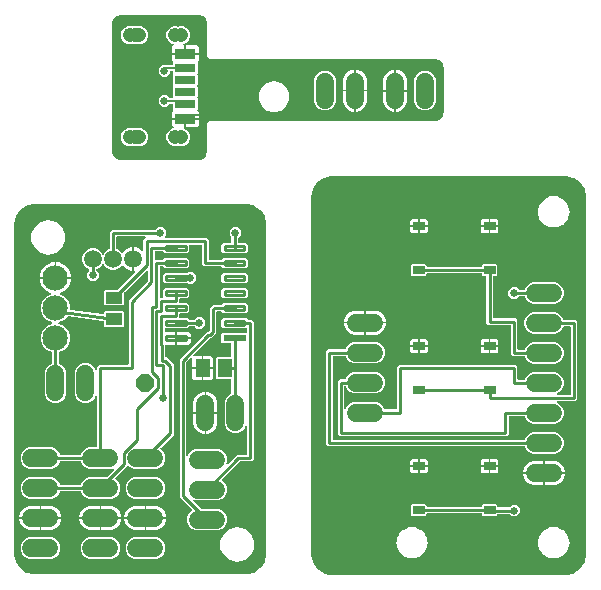
<source format=gtl>
%MOIN*%
%OFA0B0*%
%FSLAX34Y34*%
%IPPOS*%
%LPD*%
%AMOC8*
5,1,8,0,0,$1,22.5*%
%AMOC80*
5,1,8,0,0,$1,202.5*%
%AMOC81*
5,1,8,0,0,$1,112.5*%
%ADD10R,0.076771653543307089X0.023228346456692913*%
%ADD11C,0.011614173228346457*%
%ADD12C,0.084251968503937014*%
%ADD13R,0.055913385826771654X0.040598425196850391*%
%ADD14C,0.060000000000000005*%
%ADD15P,0.064943385826771657X8X22.5*%
%ADD16R,0.051181102362204731X0.059055118110236227*%
%ADD17C,0.059055118110236227*%
%ADD18C,0.01*%
%ADD19C,0.025779527559055122*%
%ADD30C,0.060000000000000005*%
%ADD31C,0.04755905511811024*%
%ADD32R,0.070866141732283464X0.027559055118110236*%
%ADD33R,0.070866141732283464X0.031496062992125991*%
%ADD34R,0.070866141732283464X0.035433070866141732*%
%ADD35C,0.006000000000000001*%
%ADD36C,0.025779527559055122*%
%ADD37C,0.060000000000000005*%
%ADD38R,0.03937007874015748X0.027559055118110236*%
%ADD39C,0.01*%
%ADD40C,0.025779527559055122*%
G75*
G01*
G36*
X0007879Y0000130D02*
X0008119Y0000178D01*
X0008130Y0000182D01*
X0008334Y0000318D01*
X0008342Y0000327D01*
X0008478Y0000530D01*
X0008483Y0000541D01*
X0008530Y0000781D01*
X0008531Y0000787D01*
X0008531Y0011811D01*
X0008530Y0011816D01*
X0008483Y0012056D01*
X0008478Y0012067D01*
X0008342Y0012271D01*
X0008334Y0012279D01*
X0008130Y0012415D01*
X0008119Y0012420D01*
X0007879Y0012467D01*
X0007874Y0012468D01*
X0000787Y0012468D01*
X0000781Y0012467D01*
X0000541Y0012420D01*
X0000530Y0012415D01*
X0000327Y0012279D01*
X0000318Y0012271D01*
X0000182Y0012067D01*
X0000178Y0012056D01*
X0000130Y0011816D01*
X0000130Y0011811D01*
X0000130Y0000787D01*
X0000130Y0000781D01*
X0000178Y0000541D01*
X0000182Y0000530D01*
X0000318Y0000327D01*
X0000327Y0000318D01*
X0000530Y0000182D01*
X0000541Y0000178D01*
X0000781Y0000130D01*
X0000787Y0000130D01*
X0007874Y0000130D01*
X0007879Y0000130D01*
G37*
%LPC*%
G36*
X0001013Y0010828D02*
X0000812Y0010988D01*
X0000701Y0011220D01*
X0000701Y0011477D01*
X0000812Y0011709D01*
X0001013Y0011869D01*
X0001264Y0011926D01*
X0001514Y0011869D01*
X0001715Y0011709D01*
X0001827Y0011477D01*
X0001827Y0011220D01*
X0001715Y0010988D01*
X0001514Y0010828D01*
X0001264Y0010771D01*
X0001013Y0010828D01*
G37*
G36*
X0007101Y0010823D02*
X0007032Y0010893D01*
X0007032Y0011106D01*
X0007101Y0011176D01*
X0007336Y0011176D01*
X0007348Y0011178D01*
X0007357Y0011185D01*
X0007364Y0011195D01*
X0007366Y0011206D01*
X0007366Y0011354D01*
X0007364Y0011365D01*
X0007357Y0011375D01*
X0007311Y0011421D01*
X0007311Y0011578D01*
X0007421Y0011688D01*
X0007578Y0011688D01*
X0007688Y0011578D01*
X0007688Y0011421D01*
X0007595Y0011328D01*
X0007588Y0011318D01*
X0007586Y0011306D01*
X0007586Y0011206D01*
X0007588Y0011194D01*
X0007595Y0011184D01*
X0007605Y0011178D01*
X0007616Y0011176D01*
X0007851Y0011176D01*
X0007920Y0011106D01*
X0007920Y0010893D01*
X0007851Y0010823D01*
X0007101Y0010823D01*
G37*
G36*
X0000628Y0002640D02*
X0000496Y0002694D01*
X0000394Y0002796D01*
X0000340Y0002928D01*
X0000340Y0003071D01*
X0000394Y0003203D01*
X0000496Y0003305D01*
X0000628Y0003360D01*
X0001371Y0003360D01*
X0001503Y0003305D01*
X0001605Y0003203D01*
X0001636Y0003128D01*
X0001643Y0003118D01*
X0001653Y0003112D01*
X0001664Y0003110D01*
X0002335Y0003110D01*
X0002347Y0003112D01*
X0002357Y0003119D01*
X0002363Y0003128D01*
X0002394Y0003203D01*
X0002496Y0003305D01*
X0002628Y0003360D01*
X0003192Y0003360D01*
X0003203Y0003362D01*
X0003213Y0003368D01*
X0003457Y0003613D01*
X0003464Y0003623D01*
X0003466Y0003634D01*
X0003463Y0003646D01*
X0003456Y0003656D01*
X0003446Y0003662D01*
X0003434Y0003664D01*
X0003424Y0003662D01*
X0003371Y0003640D01*
X0002628Y0003640D01*
X0002496Y0003694D01*
X0002394Y0003796D01*
X0002363Y0003871D01*
X0002356Y0003881D01*
X0002346Y0003887D01*
X0002335Y0003890D01*
X0001664Y0003890D01*
X0001652Y0003887D01*
X0001642Y0003880D01*
X0001636Y0003871D01*
X0001605Y0003796D01*
X0001503Y0003694D01*
X0001371Y0003640D01*
X0000628Y0003640D01*
X0000496Y0003694D01*
X0000394Y0003796D01*
X0000340Y0003928D01*
X0000340Y0004071D01*
X0000394Y0004203D01*
X0000496Y0004305D01*
X0000628Y0004360D01*
X0001371Y0004360D01*
X0001503Y0004305D01*
X0001605Y0004203D01*
X0001636Y0004128D01*
X0001643Y0004118D01*
X0001653Y0004112D01*
X0001664Y0004109D01*
X0002335Y0004109D01*
X0002347Y0004112D01*
X0002357Y0004119D01*
X0002363Y0004128D01*
X0002394Y0004203D01*
X0002496Y0004305D01*
X0002628Y0004360D01*
X0002860Y0004360D01*
X0002871Y0004362D01*
X0002881Y0004369D01*
X0002887Y0004379D01*
X0002890Y0004390D01*
X0002890Y0006050D01*
X0002887Y0006061D01*
X0002880Y0006071D01*
X0002870Y0006077D01*
X0002859Y0006080D01*
X0002847Y0006077D01*
X0002837Y0006070D01*
X0002832Y0006061D01*
X0002805Y0005996D01*
X0002703Y0005894D01*
X0002571Y0005840D01*
X0002428Y0005840D01*
X0002296Y0005894D01*
X0002194Y0005996D01*
X0002140Y0006128D01*
X0002140Y0006871D01*
X0002194Y0007003D01*
X0002296Y0007105D01*
X0002428Y0007160D01*
X0002571Y0007160D01*
X0002703Y0007105D01*
X0002805Y0007003D01*
X0002832Y0006938D01*
X0002838Y0006928D01*
X0002848Y0006922D01*
X0002860Y0006919D01*
X0002872Y0006922D01*
X0002882Y0006929D01*
X0002888Y0006939D01*
X0002890Y0006949D01*
X0002890Y0007045D01*
X0002954Y0007110D01*
X0003909Y0007110D01*
X0003921Y0007112D01*
X0003931Y0007119D01*
X0003937Y0007129D01*
X0003939Y0007140D01*
X0003939Y0009251D01*
X0004581Y0009893D01*
X0004587Y0009903D01*
X0004590Y0009914D01*
X0004590Y0010249D01*
X0004587Y0010260D01*
X0004580Y0010270D01*
X0004570Y0010277D01*
X0004559Y0010279D01*
X0004547Y0010276D01*
X0004538Y0010270D01*
X0003809Y0009541D01*
X0003802Y0009531D01*
X0003800Y0009519D01*
X0003800Y0009120D01*
X0003765Y0009085D01*
X0003156Y0009085D01*
X0003121Y0009120D01*
X0003121Y0009576D01*
X0003156Y0009611D01*
X0003556Y0009611D01*
X0003567Y0009613D01*
X0003577Y0009620D01*
X0004140Y0010183D01*
X0004147Y0010193D01*
X0004149Y0010205D01*
X0004146Y0010216D01*
X0004140Y0010226D01*
X0004129Y0010232D01*
X0004124Y0010233D01*
X0004124Y0011025D01*
X0004173Y0011025D01*
X0004318Y0010965D01*
X0004378Y0010904D01*
X0004388Y0010898D01*
X0004400Y0010895D01*
X0004412Y0010898D01*
X0004421Y0010905D01*
X0004428Y0010915D01*
X0004430Y0010925D01*
X0004430Y0011271D01*
X0004497Y0011338D01*
X0004503Y0011348D01*
X0004505Y0011360D01*
X0004503Y0011372D01*
X0004496Y0011381D01*
X0004486Y0011388D01*
X0004475Y0011390D01*
X0003565Y0011390D01*
X0003553Y0011387D01*
X0003543Y0011380D01*
X0003537Y0011370D01*
X0003535Y0011359D01*
X0003535Y0010988D01*
X0003537Y0010977D01*
X0003544Y0010967D01*
X0003553Y0010961D01*
X0003626Y0010931D01*
X0003711Y0010846D01*
X0003721Y0010839D01*
X0003733Y0010837D01*
X0003744Y0010840D01*
X0003754Y0010846D01*
X0003757Y0010852D01*
X0003870Y0010965D01*
X0004015Y0011025D01*
X0004064Y0011025D01*
X0004064Y0010234D01*
X0004015Y0010234D01*
X0003870Y0010294D01*
X0003757Y0010407D01*
X0003753Y0010413D01*
X0003743Y0010420D01*
X0003731Y0010422D01*
X0003720Y0010419D01*
X0003711Y0010413D01*
X0003626Y0010328D01*
X0003495Y0010274D01*
X0003354Y0010274D01*
X0003223Y0010328D01*
X0003124Y0010428D01*
X0003110Y0010460D01*
X0003103Y0010470D01*
X0003093Y0010477D01*
X0003082Y0010479D01*
X0003070Y0010476D01*
X0003060Y0010469D01*
X0003055Y0010460D01*
X0003041Y0010428D01*
X0002941Y0010328D01*
X0002878Y0010302D01*
X0002868Y0010295D01*
X0002862Y0010285D01*
X0002859Y0010274D01*
X0002862Y0010262D01*
X0002868Y0010253D01*
X0002938Y0010183D01*
X0002938Y0010026D01*
X0002828Y0009916D01*
X0002671Y0009916D01*
X0002561Y0010026D01*
X0002561Y0010183D01*
X0002621Y0010244D01*
X0002628Y0010254D01*
X0002630Y0010265D01*
X0002630Y0010270D01*
X0002628Y0010282D01*
X0002621Y0010292D01*
X0002612Y0010298D01*
X0002539Y0010328D01*
X0002439Y0010428D01*
X0002385Y0010559D01*
X0002385Y0010700D01*
X0002439Y0010831D01*
X0002539Y0010931D01*
X0002670Y0010985D01*
X0002811Y0010985D01*
X0002941Y0010931D01*
X0003041Y0010831D01*
X0003055Y0010798D01*
X0003061Y0010789D01*
X0003071Y0010782D01*
X0003083Y0010780D01*
X0003095Y0010783D01*
X0003104Y0010790D01*
X0003110Y0010798D01*
X0003124Y0010831D01*
X0003223Y0010931D01*
X0003296Y0010961D01*
X0003306Y0010967D01*
X0003313Y0010977D01*
X0003315Y0010988D01*
X0003315Y0011545D01*
X0003379Y0011610D01*
X0004830Y0011610D01*
X0004842Y0011612D01*
X0004851Y0011618D01*
X0004921Y0011688D01*
X0005078Y0011688D01*
X0005188Y0011578D01*
X0005188Y0011421D01*
X0005154Y0011387D01*
X0005147Y0011377D01*
X0005145Y0011365D01*
X0005148Y0011354D01*
X0005155Y0011344D01*
X0005165Y0011337D01*
X0005175Y0011336D01*
X0006545Y0011336D01*
X0006610Y0011271D01*
X0006610Y0010640D01*
X0006612Y0010628D01*
X0006619Y0010618D01*
X0006629Y0010612D01*
X0006640Y0010610D01*
X0007023Y0010610D01*
X0007034Y0010612D01*
X0007044Y0010618D01*
X0007101Y0010676D01*
X0007851Y0010676D01*
X0007920Y0010606D01*
X0007920Y0010393D01*
X0007851Y0010323D01*
X0007101Y0010323D01*
X0007044Y0010381D01*
X0007034Y0010387D01*
X0007023Y0010390D01*
X0006454Y0010390D01*
X0006390Y0010454D01*
X0006390Y0011086D01*
X0006387Y0011097D01*
X0006380Y0011107D01*
X0006370Y0011114D01*
X0006360Y0011116D01*
X0005997Y0011116D01*
X0005985Y0011113D01*
X0005975Y0011107D01*
X0005969Y0011096D01*
X0005967Y0011086D01*
X0005967Y0010893D01*
X0005898Y0010823D01*
X0005148Y0010823D01*
X0005091Y0010881D01*
X0005081Y0010887D01*
X0005070Y0010890D01*
X0004840Y0010890D01*
X0004828Y0010887D01*
X0004818Y0010880D01*
X0004812Y0010870D01*
X0004810Y0010860D01*
X0004810Y0010640D01*
X0004812Y0010628D01*
X0004819Y0010618D01*
X0004829Y0010612D01*
X0004840Y0010610D01*
X0005070Y0010610D01*
X0005082Y0010612D01*
X0005091Y0010618D01*
X0005148Y0010676D01*
X0005898Y0010676D01*
X0005967Y0010606D01*
X0005967Y0010393D01*
X0005898Y0010323D01*
X0005148Y0010323D01*
X0005091Y0010381D01*
X0005081Y0010387D01*
X0005070Y0010390D01*
X0005009Y0010390D01*
X0004998Y0010387D01*
X0004988Y0010380D01*
X0004981Y0010370D01*
X0004979Y0010360D01*
X0004979Y0009366D01*
X0004982Y0009354D01*
X0004988Y0009344D01*
X0004998Y0009338D01*
X0005009Y0009336D01*
X0005064Y0009336D01*
X0005075Y0009338D01*
X0005085Y0009345D01*
X0005092Y0009355D01*
X0005094Y0009367D01*
X0005091Y0009378D01*
X0005085Y0009387D01*
X0005079Y0009393D01*
X0005079Y0009606D01*
X0005148Y0009676D01*
X0005898Y0009676D01*
X0005967Y0009606D01*
X0005967Y0009393D01*
X0005898Y0009323D01*
X0005663Y0009323D01*
X0005651Y0009321D01*
X0005642Y0009314D01*
X0005635Y0009304D01*
X0005633Y0009293D01*
X0005633Y0009206D01*
X0005635Y0009194D01*
X0005642Y0009184D01*
X0005652Y0009178D01*
X0005663Y0009176D01*
X0005898Y0009176D01*
X0005967Y0009106D01*
X0005967Y0008893D01*
X0005898Y0008823D01*
X0005663Y0008823D01*
X0005651Y0008821D01*
X0005642Y0008814D01*
X0005635Y0008804D01*
X0005633Y0008793D01*
X0005633Y0008706D01*
X0005635Y0008694D01*
X0005642Y0008684D01*
X0005652Y0008678D01*
X0005663Y0008676D01*
X0005898Y0008676D01*
X0005955Y0008618D01*
X0005965Y0008612D01*
X0005976Y0008610D01*
X0006130Y0008610D01*
X0006142Y0008612D01*
X0006151Y0008618D01*
X0006221Y0008688D01*
X0006378Y0008688D01*
X0006488Y0008578D01*
X0006488Y0008421D01*
X0006378Y0008311D01*
X0006221Y0008311D01*
X0006151Y0008381D01*
X0006141Y0008387D01*
X0006130Y0008390D01*
X0005976Y0008390D01*
X0005965Y0008387D01*
X0005955Y0008381D01*
X0005898Y0008323D01*
X0005169Y0008323D01*
X0005158Y0008321D01*
X0005148Y0008314D01*
X0005141Y0008304D01*
X0005139Y0008293D01*
X0005139Y0008246D01*
X0005142Y0008234D01*
X0005148Y0008224D01*
X0005158Y0008218D01*
X0005169Y0008216D01*
X0005493Y0008216D01*
X0005493Y0007783D01*
X0005190Y0007783D01*
X0005178Y0007781D01*
X0005168Y0007774D01*
X0005162Y0007764D01*
X0005160Y0007753D01*
X0005160Y0007390D01*
X0005162Y0007378D01*
X0005169Y0007368D01*
X0005179Y0007362D01*
X0005190Y0007360D01*
X0005201Y0007360D01*
X0005438Y0007122D01*
X0005438Y0004783D01*
X0005003Y0004347D01*
X0004996Y0004338D01*
X0004994Y0004326D01*
X0004997Y0004314D01*
X0005003Y0004305D01*
X0005105Y0004203D01*
X0005160Y0004071D01*
X0005160Y0003928D01*
X0005105Y0003796D01*
X0005003Y0003694D01*
X0004871Y0003640D01*
X0004128Y0003640D01*
X0003996Y0003694D01*
X0003944Y0003746D01*
X0003934Y0003753D01*
X0003922Y0003755D01*
X0003911Y0003752D01*
X0003902Y0003746D01*
X0003503Y0003347D01*
X0003496Y0003338D01*
X0003494Y0003326D01*
X0003497Y0003314D01*
X0003503Y0003305D01*
X0003605Y0003203D01*
X0003660Y0003071D01*
X0003660Y0002928D01*
X0003605Y0002796D01*
X0003503Y0002694D01*
X0003371Y0002640D01*
X0002628Y0002640D01*
X0002496Y0002694D01*
X0002394Y0002796D01*
X0002363Y0002871D01*
X0002356Y0002881D01*
X0002346Y0002887D01*
X0002335Y0002890D01*
X0001664Y0002890D01*
X0001652Y0002887D01*
X0001642Y0002880D01*
X0001636Y0002871D01*
X0001605Y0002796D01*
X0001503Y0002694D01*
X0001371Y0002640D01*
X0000628Y0002640D01*
G37*
G36*
X0000978Y0010029D02*
X0000978Y0010103D01*
X0001058Y0010295D01*
X0001204Y0010441D01*
X0001396Y0010521D01*
X0001470Y0010521D01*
X0001470Y0010029D01*
X0000978Y0010029D01*
G37*
G36*
X0001530Y0010029D02*
X0001530Y0010521D01*
X0001603Y0010521D01*
X0001795Y0010441D01*
X0001941Y0010295D01*
X0002021Y0010103D01*
X0002021Y0010029D01*
X0001530Y0010029D01*
G37*
G36*
X0005921Y0009811D02*
X0005917Y0009815D01*
X0005907Y0009821D01*
X0005896Y0009823D01*
X0005148Y0009823D01*
X0005079Y0009893D01*
X0005079Y0010106D01*
X0005148Y0010176D01*
X0005896Y0010176D01*
X0005908Y0010178D01*
X0005917Y0010184D01*
X0005921Y0010188D01*
X0006078Y0010188D01*
X0006188Y0010078D01*
X0006188Y0009921D01*
X0006078Y0009811D01*
X0005921Y0009811D01*
G37*
G36*
X0007101Y0009823D02*
X0007032Y0009893D01*
X0007032Y0010106D01*
X0007101Y0010176D01*
X0007851Y0010176D01*
X0007920Y0010106D01*
X0007920Y0009893D01*
X0007851Y0009823D01*
X0007101Y0009823D01*
G37*
G36*
X0001428Y0005840D02*
X0001296Y0005894D01*
X0001194Y0005996D01*
X0001140Y0006128D01*
X0001140Y0006871D01*
X0001194Y0007003D01*
X0001296Y0007105D01*
X0001371Y0007136D01*
X0001381Y0007143D01*
X0001387Y0007153D01*
X0001390Y0007164D01*
X0001390Y0007504D01*
X0001387Y0007516D01*
X0001380Y0007526D01*
X0001371Y0007532D01*
X0001227Y0007592D01*
X0001092Y0007727D01*
X0001018Y0007904D01*
X0001018Y0008095D01*
X0001092Y0008272D01*
X0001227Y0008407D01*
X0001382Y0008472D01*
X0001392Y0008478D01*
X0001399Y0008488D01*
X0001401Y0008500D01*
X0001398Y0008512D01*
X0001391Y0008522D01*
X0001382Y0008527D01*
X0001227Y0008592D01*
X0001092Y0008727D01*
X0001018Y0008904D01*
X0001018Y0009095D01*
X0001092Y0009272D01*
X0001227Y0009407D01*
X0001330Y0009450D01*
X0001340Y0009457D01*
X0001346Y0009467D01*
X0001348Y0009479D01*
X0001346Y0009490D01*
X0001339Y0009500D01*
X0001330Y0009506D01*
X0001204Y0009558D01*
X0001058Y0009704D01*
X0000978Y0009896D01*
X0000978Y0009969D01*
X0002021Y0009969D01*
X0002021Y0009896D01*
X0001941Y0009704D01*
X0001795Y0009558D01*
X0001669Y0009506D01*
X0001659Y0009499D01*
X0001653Y0009489D01*
X0001651Y0009477D01*
X0001653Y0009465D01*
X0001660Y0009456D01*
X0001669Y0009450D01*
X0001772Y0009407D01*
X0001907Y0009272D01*
X0001981Y0009095D01*
X0001981Y0008961D01*
X0001983Y0008949D01*
X0001990Y0008939D01*
X0002000Y0008933D01*
X0002007Y0008931D01*
X0003087Y0008785D01*
X0003099Y0008786D01*
X0003110Y0008791D01*
X0003117Y0008800D01*
X0003121Y0008815D01*
X0003121Y0008852D01*
X0003156Y0008887D01*
X0003765Y0008887D01*
X0003800Y0008852D01*
X0003800Y0008396D01*
X0003765Y0008361D01*
X0003156Y0008361D01*
X0003121Y0008396D01*
X0003121Y0008532D01*
X0003119Y0008544D01*
X0003112Y0008554D01*
X0003102Y0008560D01*
X0003095Y0008562D01*
X0001918Y0008721D01*
X0001906Y0008720D01*
X0001893Y0008712D01*
X0001772Y0008592D01*
X0001617Y0008527D01*
X0001607Y0008521D01*
X0001600Y0008511D01*
X0001598Y0008499D01*
X0001601Y0008487D01*
X0001608Y0008477D01*
X0001617Y0008472D01*
X0001772Y0008407D01*
X0001907Y0008272D01*
X0001981Y0008095D01*
X0001981Y0007904D01*
X0001907Y0007727D01*
X0001772Y0007592D01*
X0001628Y0007532D01*
X0001618Y0007525D01*
X0001612Y0007515D01*
X0001610Y0007504D01*
X0001610Y0007164D01*
X0001612Y0007152D01*
X0001619Y0007142D01*
X0001628Y0007136D01*
X0001703Y0007105D01*
X0001805Y0007003D01*
X0001860Y0006871D01*
X0001860Y0006128D01*
X0001805Y0005996D01*
X0001703Y0005894D01*
X0001571Y0005840D01*
X0001428Y0005840D01*
G37*
G36*
X0007101Y0009323D02*
X0007032Y0009393D01*
X0007032Y0009606D01*
X0007101Y0009676D01*
X0007851Y0009676D01*
X0007920Y0009606D01*
X0007920Y0009393D01*
X0007851Y0009323D01*
X0007101Y0009323D01*
G37*
G36*
X0006178Y0001590D02*
X0006046Y0001644D01*
X0005944Y0001746D01*
X0005890Y0001878D01*
X0005890Y0002021D01*
X0005944Y0002153D01*
X0006046Y0002255D01*
X0006053Y0002265D01*
X0006055Y0002277D01*
X0006052Y0002288D01*
X0006046Y0002297D01*
X0005713Y0002631D01*
X0005640Y0002704D01*
X0005640Y0007295D01*
X0006554Y0008210D01*
X0006592Y0008210D01*
X0006603Y0008212D01*
X0006613Y0008218D01*
X0006631Y0008236D01*
X0006637Y0008246D01*
X0006640Y0008257D01*
X0006640Y0008995D01*
X0006754Y0009109D01*
X0007023Y0009109D01*
X0007034Y0009112D01*
X0007044Y0009118D01*
X0007101Y0009176D01*
X0007851Y0009176D01*
X0007920Y0009106D01*
X0007920Y0008893D01*
X0007851Y0008823D01*
X0007101Y0008823D01*
X0007044Y0008881D01*
X0007034Y0008887D01*
X0007023Y0008890D01*
X0006889Y0008890D01*
X0006878Y0008887D01*
X0006868Y0008880D01*
X0006862Y0008870D01*
X0006859Y0008860D01*
X0006859Y0008154D01*
X0006695Y0007990D01*
X0006657Y0007990D01*
X0006646Y0007987D01*
X0006636Y0007981D01*
X0006102Y0007446D01*
X0006095Y0007436D01*
X0006093Y0007424D01*
X0006095Y0007413D01*
X0006102Y0007403D01*
X0006112Y0007397D01*
X0006123Y0007395D01*
X0006374Y0007395D01*
X0006374Y0007030D01*
X0006048Y0007030D01*
X0006048Y0007320D01*
X0006046Y0007332D01*
X0006039Y0007342D01*
X0006029Y0007348D01*
X0006017Y0007350D01*
X0006006Y0007347D01*
X0005997Y0007341D01*
X0005868Y0007213D01*
X0005862Y0007203D01*
X0005860Y0007192D01*
X0005860Y0004100D01*
X0005862Y0004088D01*
X0005869Y0004078D01*
X0005879Y0004072D01*
X0005890Y0004070D01*
X0005902Y0004072D01*
X0005912Y0004079D01*
X0005917Y0004088D01*
X0005944Y0004153D01*
X0006046Y0004255D01*
X0006178Y0004310D01*
X0006921Y0004310D01*
X0007053Y0004255D01*
X0007155Y0004153D01*
X0007210Y0004021D01*
X0007210Y0003878D01*
X0007187Y0003825D01*
X0007185Y0003813D01*
X0007188Y0003801D01*
X0007194Y0003791D01*
X0007205Y0003785D01*
X0007216Y0003783D01*
X0007228Y0003786D01*
X0007236Y0003792D01*
X0007554Y0004109D01*
X0007860Y0004109D01*
X0007871Y0004112D01*
X0007881Y0004119D01*
X0007887Y0004129D01*
X0007890Y0004139D01*
X0007890Y0005050D01*
X0007887Y0005061D01*
X0007880Y0005071D01*
X0007870Y0005077D01*
X0007859Y0005080D01*
X0007847Y0005077D01*
X0007837Y0005070D01*
X0007832Y0005061D01*
X0007805Y0004996D01*
X0007703Y0004894D01*
X0007571Y0004840D01*
X0007428Y0004840D01*
X0007296Y0004894D01*
X0007194Y0004996D01*
X0007140Y0005128D01*
X0007140Y0005871D01*
X0007194Y0006003D01*
X0007296Y0006105D01*
X0007347Y0006126D01*
X0007357Y0006133D01*
X0007364Y0006143D01*
X0007366Y0006154D01*
X0007366Y0006614D01*
X0007364Y0006626D01*
X0007357Y0006636D01*
X0007347Y0006642D01*
X0007336Y0006644D01*
X0006871Y0006644D01*
X0006836Y0006679D01*
X0006836Y0007320D01*
X0006871Y0007355D01*
X0007336Y0007355D01*
X0007348Y0007357D01*
X0007357Y0007364D01*
X0007364Y0007374D01*
X0007366Y0007385D01*
X0007366Y0007793D01*
X0007364Y0007805D01*
X0007357Y0007815D01*
X0007347Y0007821D01*
X0007336Y0007823D01*
X0007067Y0007823D01*
X0007032Y0007859D01*
X0007032Y0008140D01*
X0007067Y0008176D01*
X0007860Y0008176D01*
X0007871Y0008178D01*
X0007881Y0008185D01*
X0007887Y0008195D01*
X0007890Y0008206D01*
X0007890Y0008293D01*
X0007887Y0008305D01*
X0007880Y0008315D01*
X0007870Y0008321D01*
X0007860Y0008323D01*
X0007101Y0008323D01*
X0007032Y0008393D01*
X0007032Y0008606D01*
X0007101Y0008676D01*
X0007851Y0008676D01*
X0007908Y0008618D01*
X0007918Y0008612D01*
X0007929Y0008610D01*
X0008045Y0008610D01*
X0008110Y0008545D01*
X0008110Y0003954D01*
X0008045Y0003890D01*
X0007657Y0003890D01*
X0007646Y0003887D01*
X0007636Y0003881D01*
X0007053Y0003297D01*
X0007046Y0003288D01*
X0007044Y0003276D01*
X0007047Y0003264D01*
X0007053Y0003255D01*
X0007155Y0003153D01*
X0007210Y0003021D01*
X0007210Y0002878D01*
X0007155Y0002746D01*
X0007053Y0002644D01*
X0006921Y0002590D01*
X0006178Y0002590D01*
X0006125Y0002612D01*
X0006113Y0002614D01*
X0006101Y0002611D01*
X0006091Y0002605D01*
X0006085Y0002594D01*
X0006083Y0002583D01*
X0006086Y0002571D01*
X0006092Y0002563D01*
X0006336Y0002318D01*
X0006346Y0002312D01*
X0006357Y0002310D01*
X0006921Y0002310D01*
X0007053Y0002255D01*
X0007155Y0002153D01*
X0007210Y0002021D01*
X0007210Y0001878D01*
X0007155Y0001746D01*
X0007053Y0001644D01*
X0006921Y0001590D01*
X0006178Y0001590D01*
G37*
G36*
X0005553Y0008030D02*
X0005553Y0008216D01*
X0005914Y0008216D01*
X0006007Y0008123D01*
X0006007Y0008030D01*
X0005553Y0008030D01*
G37*
G36*
X0005553Y0007783D02*
X0005553Y0007970D01*
X0006007Y0007970D01*
X0006007Y0007876D01*
X0005914Y0007783D01*
X0005553Y0007783D01*
G37*
G36*
X0006434Y0007030D02*
X0006434Y0007395D01*
X0006701Y0007395D01*
X0006760Y0007336D01*
X0006760Y0007030D01*
X0006434Y0007030D01*
G37*
G36*
X0006434Y0006604D02*
X0006434Y0006970D01*
X0006760Y0006970D01*
X0006760Y0006663D01*
X0006701Y0006604D01*
X0006434Y0006604D01*
G37*
G36*
X0006107Y0006604D02*
X0006048Y0006663D01*
X0006048Y0006970D01*
X0006374Y0006970D01*
X0006374Y0006604D01*
X0006107Y0006604D01*
G37*
G36*
X0006100Y0005530D02*
X0006100Y0005879D01*
X0006160Y0006026D01*
X0006273Y0006139D01*
X0006420Y0006200D01*
X0006470Y0006200D01*
X0006470Y0005530D01*
X0006100Y0005530D01*
G37*
G36*
X0006530Y0005530D02*
X0006530Y0006200D01*
X0006579Y0006200D01*
X0006726Y0006139D01*
X0006839Y0006026D01*
X0006900Y0005879D01*
X0006900Y0005530D01*
X0006530Y0005530D01*
G37*
G36*
X0006420Y0004800D02*
X0006273Y0004860D01*
X0006160Y0004973D01*
X0006100Y0005120D01*
X0006100Y0005470D01*
X0006470Y0005470D01*
X0006470Y0004800D01*
X0006420Y0004800D01*
G37*
G36*
X0006530Y0004800D02*
X0006530Y0005470D01*
X0006900Y0005470D01*
X0006900Y0005120D01*
X0006839Y0004973D01*
X0006726Y0004860D01*
X0006579Y0004800D01*
X0006530Y0004800D01*
G37*
G36*
X0004128Y0002640D02*
X0003996Y0002694D01*
X0003894Y0002796D01*
X0003840Y0002928D01*
X0003840Y0003071D01*
X0003894Y0003203D01*
X0003996Y0003305D01*
X0004128Y0003360D01*
X0004871Y0003360D01*
X0005003Y0003305D01*
X0005105Y0003203D01*
X0005160Y0003071D01*
X0005160Y0002928D01*
X0005105Y0002796D01*
X0005003Y0002694D01*
X0004871Y0002640D01*
X0004128Y0002640D01*
G37*
G36*
X0003799Y0002030D02*
X0003799Y0002079D01*
X0003860Y0002226D01*
X0003973Y0002339D01*
X0004120Y0002400D01*
X0004470Y0002400D01*
X0004470Y0002030D01*
X0003799Y0002030D01*
G37*
G36*
X0002300Y0002030D02*
X0002300Y0002079D01*
X0002360Y0002226D01*
X0002473Y0002339D01*
X0002620Y0002400D01*
X0002970Y0002400D01*
X0002970Y0002030D01*
X0002300Y0002030D01*
G37*
G36*
X0000300Y0002030D02*
X0000300Y0002079D01*
X0000360Y0002226D01*
X0000473Y0002339D01*
X0000620Y0002400D01*
X0000970Y0002400D01*
X0000970Y0002030D01*
X0000300Y0002030D01*
G37*
G36*
X0001030Y0002030D02*
X0001030Y0002400D01*
X0001379Y0002400D01*
X0001526Y0002339D01*
X0001639Y0002226D01*
X0001699Y0002079D01*
X0001699Y0002030D01*
X0001030Y0002030D01*
G37*
G36*
X0003030Y0002030D02*
X0003030Y0002400D01*
X0003379Y0002400D01*
X0003526Y0002339D01*
X0003639Y0002226D01*
X0003700Y0002079D01*
X0003700Y0002030D01*
X0003030Y0002030D01*
G37*
G36*
X0004530Y0002030D02*
X0004530Y0002400D01*
X0004879Y0002400D01*
X0005026Y0002339D01*
X0005139Y0002226D01*
X0005200Y0002079D01*
X0005200Y0002030D01*
X0004530Y0002030D01*
G37*
G36*
X0004530Y0001600D02*
X0004530Y0001970D01*
X0005200Y0001970D01*
X0005200Y0001920D01*
X0005139Y0001773D01*
X0005026Y0001660D01*
X0004879Y0001600D01*
X0004530Y0001600D01*
G37*
G36*
X0004120Y0001600D02*
X0003973Y0001660D01*
X0003860Y0001773D01*
X0003799Y0001920D01*
X0003799Y0001970D01*
X0004470Y0001970D01*
X0004470Y0001600D01*
X0004120Y0001600D01*
G37*
G36*
X0003030Y0001600D02*
X0003030Y0001970D01*
X0003700Y0001970D01*
X0003700Y0001920D01*
X0003639Y0001773D01*
X0003526Y0001660D01*
X0003379Y0001600D01*
X0003030Y0001600D01*
G37*
G36*
X0002620Y0001600D02*
X0002473Y0001660D01*
X0002360Y0001773D01*
X0002300Y0001920D01*
X0002300Y0001970D01*
X0002970Y0001970D01*
X0002970Y0001600D01*
X0002620Y0001600D01*
G37*
G36*
X0001030Y0001600D02*
X0001030Y0001970D01*
X0001699Y0001970D01*
X0001699Y0001920D01*
X0001639Y0001773D01*
X0001526Y0001660D01*
X0001379Y0001600D01*
X0001030Y0001600D01*
G37*
G36*
X0000620Y0001600D02*
X0000473Y0001660D01*
X0000360Y0001773D01*
X0000300Y0001920D01*
X0000300Y0001970D01*
X0000970Y0001970D01*
X0000970Y0001600D01*
X0000620Y0001600D01*
G37*
G36*
X0007312Y0000592D02*
X0007112Y0000752D01*
X0007000Y0000984D01*
X0007000Y0001241D01*
X0007112Y0001472D01*
X0007312Y0001633D01*
X0007563Y0001690D01*
X0007814Y0001633D01*
X0008015Y0001472D01*
X0008126Y0001241D01*
X0008126Y0000984D01*
X0008015Y0000752D01*
X0007814Y0000592D01*
X0007563Y0000535D01*
X0007312Y0000592D01*
G37*
G36*
X0002628Y0000640D02*
X0002496Y0000694D01*
X0002394Y0000796D01*
X0002340Y0000928D01*
X0002340Y0001071D01*
X0002394Y0001203D01*
X0002496Y0001305D01*
X0002628Y0001360D01*
X0003371Y0001360D01*
X0003503Y0001305D01*
X0003605Y0001203D01*
X0003660Y0001071D01*
X0003660Y0000928D01*
X0003605Y0000796D01*
X0003503Y0000694D01*
X0003371Y0000640D01*
X0002628Y0000640D01*
G37*
G36*
X0000628Y0000640D02*
X0000496Y0000694D01*
X0000394Y0000796D01*
X0000340Y0000928D01*
X0000340Y0001071D01*
X0000394Y0001203D01*
X0000496Y0001305D01*
X0000628Y0001360D01*
X0001371Y0001360D01*
X0001503Y0001305D01*
X0001605Y0001203D01*
X0001660Y0001071D01*
X0001660Y0000928D01*
X0001605Y0000796D01*
X0001503Y0000694D01*
X0001371Y0000640D01*
X0000628Y0000640D01*
G37*
G36*
X0004128Y0000640D02*
X0003996Y0000694D01*
X0003894Y0000796D01*
X0003840Y0000928D01*
X0003840Y0001071D01*
X0003894Y0001203D01*
X0003996Y0001305D01*
X0004128Y0001360D01*
X0004871Y0001360D01*
X0005003Y0001305D01*
X0005105Y0001203D01*
X0005160Y0001071D01*
X0005160Y0000928D01*
X0005105Y0000796D01*
X0005003Y0000694D01*
X0004871Y0000640D01*
X0004128Y0000640D01*
G37*
%LPD*%
D10*
X0007476Y0008000D03*
D11*
X0007150Y0008558D02*
X0007802Y0008558D01*
X0007802Y0008441D01*
X0007150Y0008441D01*
X0007150Y0008558D01*
X0007150Y0008552D02*
X0007802Y0008552D01*
X0007802Y0009058D02*
X0007150Y0009058D01*
X0007802Y0009058D02*
X0007802Y0008941D01*
X0007150Y0008941D01*
X0007150Y0009058D01*
X0007150Y0009052D02*
X0007802Y0009052D01*
X0007802Y0009558D02*
X0007150Y0009558D01*
X0007802Y0009558D02*
X0007802Y0009441D01*
X0007150Y0009441D01*
X0007150Y0009558D01*
X0007150Y0009552D02*
X0007802Y0009552D01*
X0007802Y0010058D02*
X0007150Y0010058D01*
X0007802Y0010058D02*
X0007802Y0009941D01*
X0007150Y0009941D01*
X0007150Y0010058D01*
X0007150Y0010052D02*
X0007802Y0010052D01*
X0007802Y0010558D02*
X0007150Y0010558D01*
X0007802Y0010558D02*
X0007802Y0010441D01*
X0007150Y0010441D01*
X0007150Y0010558D01*
X0007150Y0010552D02*
X0007802Y0010552D01*
X0007802Y0011058D02*
X0007150Y0011058D01*
X0007802Y0011058D02*
X0007802Y0010941D01*
X0007150Y0010941D01*
X0007150Y0011058D01*
X0007150Y0011052D02*
X0007802Y0011052D01*
X0005849Y0011058D02*
X0005197Y0011058D01*
X0005849Y0011058D02*
X0005849Y0010941D01*
X0005197Y0010941D01*
X0005197Y0011058D01*
X0005197Y0011052D02*
X0005849Y0011052D01*
X0005849Y0010558D02*
X0005197Y0010558D01*
X0005849Y0010558D02*
X0005849Y0010441D01*
X0005197Y0010441D01*
X0005197Y0010558D01*
X0005197Y0010552D02*
X0005849Y0010552D01*
X0005849Y0010058D02*
X0005197Y0010058D01*
X0005849Y0010058D02*
X0005849Y0009941D01*
X0005197Y0009941D01*
X0005197Y0010058D01*
X0005197Y0010052D02*
X0005849Y0010052D01*
X0005849Y0009558D02*
X0005197Y0009558D01*
X0005849Y0009558D02*
X0005849Y0009441D01*
X0005197Y0009441D01*
X0005197Y0009558D01*
X0005197Y0009552D02*
X0005849Y0009552D01*
X0005849Y0009058D02*
X0005197Y0009058D01*
X0005849Y0009058D02*
X0005849Y0008941D01*
X0005197Y0008941D01*
X0005197Y0009058D01*
X0005197Y0009052D02*
X0005849Y0009052D01*
X0005849Y0008558D02*
X0005197Y0008558D01*
X0005849Y0008558D02*
X0005849Y0008441D01*
X0005197Y0008441D01*
X0005197Y0008558D01*
X0005197Y0008552D02*
X0005849Y0008552D01*
X0005849Y0008058D02*
X0005197Y0008058D01*
X0005849Y0008058D02*
X0005849Y0007941D01*
X0005197Y0007941D01*
X0005197Y0008058D01*
X0005197Y0008052D02*
X0005849Y0008052D01*
D12*
X0001500Y0008000D03*
X0001500Y0009000D03*
X0001500Y0010000D03*
D13*
X0003461Y0009348D03*
X0003461Y0008624D03*
D14*
X0002500Y0006799D02*
X0002500Y0006200D01*
X0001500Y0006200D02*
X0001500Y0006799D01*
X0001300Y0001000D02*
X0000700Y0001000D01*
X0000700Y0002000D02*
X0001300Y0002000D01*
X0001300Y0003000D02*
X0000700Y0003000D01*
X0000700Y0004000D02*
X0001300Y0004000D01*
X0002700Y0001000D02*
X0003300Y0001000D01*
X0003300Y0002000D02*
X0002700Y0002000D01*
X0002700Y0003000D02*
X0003300Y0003000D01*
X0003300Y0004000D02*
X0002700Y0004000D01*
D15*
X0004500Y0006500D03*
D16*
X0007152Y0007000D03*
X0006404Y0007000D03*
D17*
X0002740Y0010629D03*
X0003425Y0010629D03*
X0004094Y0010629D03*
D14*
X0004199Y0001000D02*
X0004800Y0001000D01*
X0004800Y0002000D02*
X0004199Y0002000D01*
X0004199Y0003000D02*
X0004800Y0003000D01*
X0004800Y0004000D02*
X0004199Y0004000D01*
X0007500Y0005200D02*
X0007500Y0005800D01*
X0006500Y0005800D02*
X0006500Y0005200D01*
X0006250Y0001950D02*
X0006850Y0001950D01*
X0006850Y0002950D02*
X0006250Y0002950D01*
X0006250Y0003950D02*
X0006850Y0003950D01*
D18*
X0003461Y0008624D02*
X0001500Y0008888D01*
X0001500Y0009000D01*
X0004539Y0011000D02*
X0004539Y0011226D01*
X0006500Y0011226D01*
X0006500Y0010500D01*
X0007476Y0010500D01*
X0004539Y0010427D02*
X0004539Y0011000D01*
X0004539Y0010427D02*
X0003461Y0009348D01*
X0001500Y0008000D02*
X0001500Y0006500D01*
X0007476Y0007000D02*
X0007476Y0008000D01*
X0007476Y0007000D02*
X0007152Y0007000D01*
X0007476Y0007000D02*
X0007476Y0005500D01*
X0007500Y0005500D01*
D19*
X0002750Y0010105D03*
D18*
X0002740Y0010105D02*
X0002740Y0010629D01*
X0002740Y0010105D02*
X0002750Y0010105D01*
X0003000Y0003000D02*
X0001000Y0003000D01*
X0004869Y0010500D02*
X0005523Y0010500D01*
X0004869Y0009046D02*
X0004709Y0009046D01*
X0004869Y0009046D02*
X0004869Y0010500D01*
X0003790Y0003790D02*
X0003000Y0003000D01*
X0003790Y0003790D02*
X0003790Y0004169D01*
X0004210Y0004589D01*
X0004909Y0006330D02*
X0004909Y0006669D01*
X0004210Y0005630D02*
X0004210Y0004589D01*
X0004210Y0005630D02*
X0004909Y0006330D01*
X0004909Y0006669D02*
X0004709Y0006870D01*
X0004709Y0009046D01*
X0003000Y0004000D02*
X0001000Y0004000D01*
X0003000Y0004000D02*
X0003000Y0007000D01*
X0004700Y0011000D02*
X0005523Y0011000D01*
X0004049Y0007000D02*
X0003000Y0007000D01*
X0004049Y0007000D02*
X0004049Y0009206D01*
X0004700Y0009856D02*
X0004700Y0011000D01*
X0004700Y0009856D02*
X0004049Y0009206D01*
X0007476Y0011000D02*
X0007476Y0011500D01*
X0007500Y0011500D01*
D19*
X0007500Y0011500D03*
D18*
X0003425Y0011500D02*
X0003425Y0010629D01*
X0003425Y0011500D02*
X0005000Y0011500D01*
D19*
X0005000Y0011500D03*
X0006000Y0010000D03*
D18*
X0005523Y0010000D01*
X0005523Y0009500D02*
X0005523Y0009226D01*
X0005029Y0009226D01*
X0005029Y0008886D01*
X0004869Y0008886D01*
X0004869Y0007090D01*
X0005090Y0007090D01*
X0005090Y0006000D01*
D19*
X0005090Y0006000D03*
D18*
X0005523Y0008726D02*
X0005523Y0009000D01*
X0005523Y0008726D02*
X0005029Y0008726D01*
X0005029Y0007773D02*
X0005050Y0007773D01*
X0005050Y0007250D01*
X0005029Y0007773D02*
X0005029Y0008726D01*
X0005050Y0007250D02*
X0005156Y0007250D01*
X0005328Y0007077D01*
X0005328Y0004828D01*
X0004500Y0004000D01*
D19*
X0006300Y0008500D03*
D18*
X0005523Y0008500D01*
X0007599Y0004000D02*
X0006550Y0002950D01*
X0007599Y0004000D02*
X0008000Y0004000D01*
X0008000Y0008500D01*
X0007476Y0008500D01*
X0005750Y0002750D02*
X0006550Y0001950D01*
X0005750Y0002750D02*
X0005750Y0007250D01*
X0006600Y0008100D01*
X0006649Y0008100D01*
X0006750Y0008200D01*
X0006750Y0008950D01*
X0006799Y0009000D01*
X0007476Y0009000D01*
G04 next file*
G04 EAGLE Gerber RS-274X export*
G75*
G01*
G04 Define Apertures*
G36*
X0003653Y0018766D02*
X0003536Y0018735D01*
X0003523Y0018727D01*
X0003437Y0018642D01*
X0003429Y0018628D01*
X0003398Y0018511D01*
X0003397Y0018503D01*
X0003397Y0014212D01*
X0003398Y0014204D01*
X0003429Y0014087D01*
X0003437Y0014074D01*
X0003523Y0013988D01*
X0003536Y0013981D01*
X0003653Y0013949D01*
X0003661Y0013948D01*
X0006299Y0013948D01*
X0006306Y0013949D01*
X0006423Y0013981D01*
X0006437Y0013988D01*
X0006522Y0014074D01*
X0006530Y0014087D01*
X0006561Y0014204D01*
X0006562Y0014212D01*
X0006562Y0015171D01*
X0006639Y0015248D01*
X0014173Y0015248D01*
X0014180Y0015249D01*
X0014297Y0015280D01*
X0014311Y0015288D01*
X0014396Y0015373D01*
X0014404Y0015387D01*
X0014435Y0015504D01*
X0014436Y0015511D01*
X0014436Y0017047D01*
X0014435Y0017055D01*
X0014404Y0017171D01*
X0014396Y0017185D01*
X0014311Y0017270D01*
X0014297Y0017278D01*
X0014180Y0017309D01*
X0014173Y0017310D01*
X0006639Y0017310D01*
X0006562Y0017387D01*
X0006562Y0018503D01*
X0006561Y0018511D01*
X0006530Y0018628D01*
X0006522Y0018642D01*
X0006437Y0018727D01*
X0006423Y0018735D01*
X0006306Y0018766D01*
X0006299Y0018767D01*
X0003661Y0018767D01*
X0003653Y0018766D01*
G37*
%LPC*%
G36*
X0004354Y0014994D02*
X0004463Y0014949D01*
X0004547Y0014865D01*
X0004592Y0014756D01*
X0004592Y0014637D01*
X0004547Y0014528D01*
X0004463Y0014444D01*
X0004354Y0014399D01*
X0004235Y0014399D01*
X0004227Y0014402D01*
X0004215Y0014404D01*
X0004204Y0014402D01*
X0004196Y0014399D01*
X0004078Y0014399D01*
X0004070Y0014402D01*
X0004058Y0014404D01*
X0004047Y0014402D01*
X0004039Y0014399D01*
X0003920Y0014399D01*
X0003811Y0014444D01*
X0003727Y0014528D01*
X0003682Y0014637D01*
X0003682Y0014756D01*
X0003727Y0014865D01*
X0003811Y0014949D01*
X0003920Y0014994D01*
X0004039Y0014994D01*
X0004047Y0014991D01*
X0004058Y0014989D01*
X0004070Y0014991D01*
X0004078Y0014994D01*
X0004196Y0014994D01*
X0004204Y0014991D01*
X0004216Y0014989D01*
X0004227Y0014991D01*
X0004235Y0014994D01*
X0004354Y0014994D01*
G37*
G36*
X0005800Y0015284D02*
X0005800Y0015037D01*
X0005798Y0015037D01*
X0005786Y0015035D01*
X0005776Y0015028D01*
X0005770Y0015018D01*
X0005768Y0015006D01*
X0005771Y0014995D01*
X0005778Y0014985D01*
X0005786Y0014980D01*
X0005861Y0014949D01*
X0005944Y0014865D01*
X0005990Y0014756D01*
X0005990Y0014637D01*
X0005944Y0014528D01*
X0005861Y0014444D01*
X0005751Y0014399D01*
X0005633Y0014399D01*
X0005605Y0014410D01*
X0005593Y0014412D01*
X0005582Y0014410D01*
X0005554Y0014399D01*
X0005436Y0014399D01*
X0005326Y0014444D01*
X0005243Y0014528D01*
X0005197Y0014637D01*
X0005197Y0014756D01*
X0005243Y0014865D01*
X0005326Y0014949D01*
X0005424Y0014989D01*
X0005434Y0014996D01*
X0005440Y0015006D01*
X0005442Y0015017D01*
X0005440Y0015029D01*
X0005433Y0015038D01*
X0005375Y0015096D01*
X0005375Y0015284D01*
X0005800Y0015284D01*
G37*
G36*
X0006284Y0015284D02*
X0006284Y0015096D01*
X0006226Y0015037D01*
X0005860Y0015037D01*
X0005860Y0015284D01*
X0006284Y0015284D01*
G37*
G36*
X0006284Y0017450D02*
X0006284Y0017261D01*
X0006244Y0017221D01*
X0006237Y0017211D01*
X0006235Y0017199D01*
X0006237Y0017187D01*
X0006244Y0017178D01*
X0006244Y0017178D01*
X0006244Y0016813D01*
X0006237Y0016806D01*
X0006230Y0016796D01*
X0006228Y0016784D01*
X0006231Y0016773D01*
X0006237Y0016764D01*
X0006244Y0016757D01*
X0006244Y0016431D01*
X0006231Y0016418D01*
X0006225Y0016408D01*
X0006222Y0016397D01*
X0006225Y0016385D01*
X0006231Y0016376D01*
X0006244Y0016363D01*
X0006244Y0016038D01*
X0006237Y0016031D01*
X0006230Y0016021D01*
X0006228Y0016009D01*
X0006231Y0015997D01*
X0006237Y0015988D01*
X0006244Y0015981D01*
X0006244Y0015616D01*
X0006244Y0015616D01*
X0006237Y0015606D01*
X0006235Y0015594D01*
X0006237Y0015583D01*
X0006244Y0015574D01*
X0006284Y0015533D01*
X0006284Y0015344D01*
X0005375Y0015344D01*
X0005375Y0015533D01*
X0005416Y0015574D01*
X0005422Y0015583D01*
X0005425Y0015595D01*
X0005422Y0015607D01*
X0005416Y0015616D01*
X0005415Y0015616D01*
X0005415Y0015777D01*
X0005413Y0015789D01*
X0005406Y0015799D01*
X0005396Y0015805D01*
X0005385Y0015807D01*
X0005319Y0015807D01*
X0005307Y0015805D01*
X0005298Y0015798D01*
X0005208Y0015708D01*
X0005051Y0015708D01*
X0004940Y0015819D01*
X0004940Y0015975D01*
X0005051Y0016086D01*
X0005208Y0016086D01*
X0005298Y0015996D01*
X0005308Y0015989D01*
X0005319Y0015987D01*
X0005394Y0015987D01*
X0005405Y0015990D01*
X0005415Y0015996D01*
X0005422Y0016006D01*
X0005424Y0016018D01*
X0005421Y0016030D01*
X0005415Y0016037D01*
X0005415Y0016363D01*
X0005428Y0016376D01*
X0005435Y0016386D01*
X0005437Y0016398D01*
X0005435Y0016409D01*
X0005428Y0016418D01*
X0005415Y0016431D01*
X0005415Y0016757D01*
X0005423Y0016764D01*
X0005429Y0016774D01*
X0005431Y0016785D01*
X0005429Y0016797D01*
X0005423Y0016806D01*
X0005415Y0016813D01*
X0005415Y0016876D01*
X0005413Y0016887D01*
X0005406Y0016897D01*
X0005396Y0016904D01*
X0005385Y0016906D01*
X0005348Y0016906D01*
X0005337Y0016903D01*
X0005327Y0016896D01*
X0005320Y0016886D01*
X0005318Y0016876D01*
X0005318Y0016819D01*
X0005208Y0016708D01*
X0005051Y0016708D01*
X0004941Y0016819D01*
X0004941Y0016975D01*
X0005051Y0017086D01*
X0005218Y0017086D01*
X0005221Y0017086D01*
X0005385Y0017086D01*
X0005397Y0017088D01*
X0005407Y0017095D01*
X0005413Y0017105D01*
X0005415Y0017116D01*
X0005415Y0017178D01*
X0005416Y0017178D01*
X0005423Y0017188D01*
X0005425Y0017200D01*
X0005422Y0017212D01*
X0005416Y0017221D01*
X0005375Y0017261D01*
X0005375Y0017450D01*
X0006284Y0017450D01*
G37*
G36*
X0009013Y0016508D02*
X0009193Y0016364D01*
X0009292Y0016157D01*
X0009292Y0015927D01*
X0009193Y0015720D01*
X0009013Y0015576D01*
X0008788Y0015525D01*
X0008564Y0015576D01*
X0008384Y0015720D01*
X0008284Y0015927D01*
X0008284Y0016157D01*
X0008384Y0016364D01*
X0008564Y0016508D01*
X0008788Y0016559D01*
X0009013Y0016508D01*
G37*
G36*
X0013229Y0016217D02*
X0013229Y0015868D01*
X0013169Y0015721D01*
X0013056Y0015608D01*
X0012909Y0015547D01*
X0012859Y0015547D01*
X0012859Y0016217D01*
X0013229Y0016217D01*
G37*
G36*
X0012799Y0016217D02*
X0012799Y0015547D01*
X0012750Y0015547D01*
X0012603Y0015608D01*
X0012490Y0015721D01*
X0012429Y0015868D01*
X0012429Y0016217D01*
X0012799Y0016217D01*
G37*
G36*
X0011879Y0016219D02*
X0011879Y0015869D01*
X0011819Y0015722D01*
X0011706Y0015610D01*
X0011559Y0015549D01*
X0011509Y0015549D01*
X0011509Y0016219D01*
X0011879Y0016219D01*
G37*
G36*
X0011449Y0016219D02*
X0011449Y0015549D01*
X0011400Y0015549D01*
X0011253Y0015610D01*
X0011140Y0015722D01*
X0011079Y0015869D01*
X0011079Y0016219D01*
X0011449Y0016219D01*
G37*
G36*
X0013901Y0016907D02*
X0014033Y0016852D01*
X0014135Y0016751D01*
X0014189Y0016619D01*
X0014189Y0015876D01*
X0014135Y0015743D01*
X0014033Y0015642D01*
X0013901Y0015587D01*
X0013758Y0015587D01*
X0013625Y0015642D01*
X0013524Y0015743D01*
X0013469Y0015876D01*
X0013469Y0016619D01*
X0013524Y0016751D01*
X0013625Y0016852D01*
X0013758Y0016907D01*
X0013901Y0016907D01*
G37*
G36*
X0010551Y0016909D02*
X0010683Y0016854D01*
X0010785Y0016753D01*
X0010839Y0016620D01*
X0010839Y0015877D01*
X0010785Y0015745D01*
X0010683Y0015643D01*
X0010551Y0015589D01*
X0010408Y0015589D01*
X0010275Y0015643D01*
X0010174Y0015745D01*
X0010119Y0015877D01*
X0010119Y0016620D01*
X0010174Y0016753D01*
X0010275Y0016854D01*
X0010408Y0016909D01*
X0010551Y0016909D01*
G37*
G36*
X0012799Y0016947D02*
X0012799Y0016277D01*
X0012429Y0016277D01*
X0012429Y0016627D01*
X0012490Y0016774D01*
X0012603Y0016886D01*
X0012750Y0016947D01*
X0012799Y0016947D01*
G37*
G36*
X0012909Y0016947D02*
X0013056Y0016886D01*
X0013169Y0016774D01*
X0013229Y0016627D01*
X0013229Y0016277D01*
X0012859Y0016277D01*
X0012859Y0016947D01*
X0012909Y0016947D01*
G37*
G36*
X0011449Y0016949D02*
X0011449Y0016279D01*
X0011079Y0016279D01*
X0011079Y0016628D01*
X0011140Y0016775D01*
X0011253Y0016888D01*
X0011400Y0016949D01*
X0011449Y0016949D01*
G37*
G36*
X0011559Y0016949D02*
X0011706Y0016888D01*
X0011819Y0016775D01*
X0011879Y0016628D01*
X0011879Y0016279D01*
X0011509Y0016279D01*
X0011509Y0016949D01*
X0011559Y0016949D01*
G37*
G36*
X0005751Y0018396D02*
X0005861Y0018350D01*
X0005944Y0018267D01*
X0005990Y0018157D01*
X0005990Y0018039D01*
X0005944Y0017929D01*
X0005861Y0017845D01*
X0005786Y0017815D01*
X0005777Y0017808D01*
X0005770Y0017798D01*
X0005768Y0017786D01*
X0005771Y0017775D01*
X0005778Y0017765D01*
X0005788Y0017759D01*
X0005798Y0017757D01*
X0005800Y0017757D01*
X0005800Y0017510D01*
X0005375Y0017510D01*
X0005375Y0017698D01*
X0005433Y0017756D01*
X0005440Y0017766D01*
X0005442Y0017778D01*
X0005440Y0017790D01*
X0005433Y0017799D01*
X0005424Y0017805D01*
X0005326Y0017845D01*
X0005243Y0017929D01*
X0005197Y0018039D01*
X0005197Y0018157D01*
X0005243Y0018267D01*
X0005326Y0018350D01*
X0005436Y0018396D01*
X0005554Y0018396D01*
X0005582Y0018384D01*
X0005594Y0018382D01*
X0005605Y0018384D01*
X0005633Y0018396D01*
X0005751Y0018396D01*
G37*
G36*
X0006226Y0017757D02*
X0006284Y0017698D01*
X0006284Y0017510D01*
X0005860Y0017510D01*
X0005860Y0017757D01*
X0006226Y0017757D01*
G37*
G36*
X0004354Y0018396D02*
X0004463Y0018350D01*
X0004547Y0018267D01*
X0004592Y0018157D01*
X0004592Y0018039D01*
X0004547Y0017929D01*
X0004463Y0017845D01*
X0004354Y0017800D01*
X0004235Y0017800D01*
X0004227Y0017803D01*
X0004215Y0017806D01*
X0004204Y0017803D01*
X0004196Y0017800D01*
X0004078Y0017800D01*
X0004070Y0017803D01*
X0004058Y0017806D01*
X0004047Y0017803D01*
X0004039Y0017800D01*
X0003920Y0017800D01*
X0003811Y0017845D01*
X0003727Y0017929D01*
X0003682Y0018039D01*
X0003682Y0018157D01*
X0003727Y0018267D01*
X0003811Y0018350D01*
X0003920Y0018396D01*
X0004039Y0018396D01*
X0004047Y0018392D01*
X0004058Y0018390D01*
X0004070Y0018392D01*
X0004078Y0018396D01*
X0004196Y0018396D01*
X0004204Y0018392D01*
X0004216Y0018390D01*
X0004227Y0018392D01*
X0004235Y0018396D01*
X0004354Y0018396D01*
G37*
%LPD*%
D30*
X0013829Y0016547D02*
X0013829Y0015947D01*
X0012829Y0015947D02*
X0012829Y0016547D01*
X0010479Y0016549D02*
X0010479Y0015949D01*
X0011479Y0015949D02*
X0011479Y0016549D01*
D31*
X0003979Y0018098D03*
X0004137Y0018098D03*
X0004294Y0018098D03*
X0005495Y0018098D03*
X0005692Y0018098D03*
X0003979Y0014696D03*
X0004137Y0014696D03*
X0004294Y0014696D03*
X0005495Y0014696D03*
X0005692Y0014696D03*
D32*
X0005830Y0016594D03*
X0005830Y0016200D03*
D33*
X0005830Y0015799D03*
X0005830Y0016996D03*
D34*
X0005830Y0015314D03*
X0005830Y0017480D03*
D35*
X0005830Y0015897D02*
X0005830Y0015799D01*
X0005830Y0015897D02*
X0005129Y0015897D01*
D36*
X0005129Y0015897D03*
D35*
X0005129Y0016996D02*
X0005830Y0016996D01*
X0005129Y0016996D02*
X0005129Y0016897D01*
D36*
X0005129Y0016897D03*
D35*
X0005830Y0015447D02*
X0005830Y0015314D01*
X0005830Y0015447D02*
X0006329Y0015447D01*
X0006329Y0015897D01*
G04 next file*
G04 EAGLE Gerber RS-274X export*
G75*
G01*
G04 Define Apertures*
G36*
X0019190Y0012710D02*
X0019140Y0012962D01*
X0019136Y0012972D01*
X0018993Y0013186D01*
X0018985Y0013194D01*
X0018772Y0013337D01*
X0018761Y0013341D01*
X0018509Y0013391D01*
X0018503Y0013392D01*
X0010708Y0013392D01*
X0010702Y0013391D01*
X0010451Y0013341D01*
X0010440Y0013337D01*
X0010227Y0013194D01*
X0010218Y0013186D01*
X0010076Y0012972D01*
X0010071Y0012962D01*
X0010021Y0012710D01*
X0010021Y0012704D01*
X0010021Y0000787D01*
X0010021Y0000781D01*
X0010071Y0000529D01*
X0010076Y0000519D01*
X0010218Y0000305D01*
X0010227Y0000297D01*
X0010440Y0000155D01*
X0010451Y0000150D01*
X0010702Y0000100D01*
X0010708Y0000100D01*
X0018503Y0000100D01*
X0018509Y0000100D01*
X0018761Y0000150D01*
X0018772Y0000155D01*
X0018985Y0000297D01*
X0018993Y0000305D01*
X0019136Y0000519D01*
X0019140Y0000529D01*
X0019190Y0000781D01*
X0019191Y0000787D01*
X0019191Y0012704D01*
X0019190Y0012710D01*
G37*
%LPC*%
G36*
X0018451Y0004428D02*
X0018396Y0004296D01*
X0018295Y0004194D01*
X0018162Y0004139D01*
X0017419Y0004139D01*
X0017287Y0004194D01*
X0017186Y0004296D01*
X0017154Y0004371D01*
X0017148Y0004381D01*
X0017138Y0004387D01*
X0017127Y0004390D01*
X0010584Y0004390D01*
X0010519Y0004454D01*
X0010519Y0007561D01*
X0010584Y0007625D01*
X0011164Y0007625D01*
X0011175Y0007628D01*
X0011185Y0007634D01*
X0011191Y0007644D01*
X0011222Y0007719D01*
X0011324Y0007820D01*
X0011456Y0007875D01*
X0012199Y0007875D01*
X0012332Y0007820D01*
X0012433Y0007719D01*
X0012488Y0007587D01*
X0012488Y0007444D01*
X0012433Y0007311D01*
X0012332Y0007210D01*
X0012199Y0007155D01*
X0011456Y0007155D01*
X0011324Y0007210D01*
X0011222Y0007311D01*
X0011191Y0007387D01*
X0011185Y0007397D01*
X0011175Y0007403D01*
X0011164Y0007405D01*
X0010769Y0007405D01*
X0010758Y0007403D01*
X0010748Y0007396D01*
X0010741Y0007386D01*
X0010739Y0007375D01*
X0010739Y0004640D01*
X0010742Y0004628D01*
X0010749Y0004618D01*
X0010759Y0004612D01*
X0010769Y0004610D01*
X0017127Y0004610D01*
X0017138Y0004612D01*
X0017148Y0004619D01*
X0017154Y0004628D01*
X0017186Y0004703D01*
X0017287Y0004805D01*
X0017419Y0004860D01*
X0018162Y0004860D01*
X0018295Y0004805D01*
X0018396Y0004703D01*
X0018451Y0004571D01*
X0018451Y0004428D01*
G37*
G36*
X0018901Y0005954D02*
X0018836Y0005890D01*
X0018241Y0005890D01*
X0018229Y0005887D01*
X0018219Y0005880D01*
X0018213Y0005870D01*
X0018211Y0005859D01*
X0018214Y0005847D01*
X0018221Y0005837D01*
X0018229Y0005832D01*
X0018295Y0005805D01*
X0018396Y0005703D01*
X0018451Y0005571D01*
X0018451Y0005428D01*
X0018396Y0005296D01*
X0018295Y0005194D01*
X0018162Y0005140D01*
X0017419Y0005140D01*
X0017287Y0005194D01*
X0017186Y0005296D01*
X0017154Y0005371D01*
X0017148Y0005381D01*
X0017138Y0005387D01*
X0017127Y0005390D01*
X0016636Y0005390D01*
X0016624Y0005387D01*
X0016614Y0005380D01*
X0016608Y0005370D01*
X0016606Y0005360D01*
X0016606Y0004796D01*
X0016541Y0004732D01*
X0010978Y0004732D01*
X0010913Y0004796D01*
X0010913Y0006561D01*
X0010978Y0006625D01*
X0011164Y0006625D01*
X0011175Y0006628D01*
X0011185Y0006634D01*
X0011191Y0006644D01*
X0011222Y0006719D01*
X0011324Y0006820D01*
X0011456Y0006875D01*
X0012199Y0006875D01*
X0012332Y0006820D01*
X0012433Y0006719D01*
X0012488Y0006587D01*
X0012488Y0006444D01*
X0012433Y0006311D01*
X0012332Y0006210D01*
X0012199Y0006155D01*
X0011456Y0006155D01*
X0011324Y0006210D01*
X0011222Y0006311D01*
X0011191Y0006387D01*
X0011185Y0006397D01*
X0011175Y0006403D01*
X0011164Y0006405D01*
X0011163Y0006405D01*
X0011151Y0006403D01*
X0011142Y0006396D01*
X0011135Y0006386D01*
X0011133Y0006375D01*
X0011133Y0005654D01*
X0011135Y0005643D01*
X0011142Y0005633D01*
X0011152Y0005626D01*
X0011164Y0005624D01*
X0011176Y0005627D01*
X0011185Y0005634D01*
X0011191Y0005643D01*
X0011222Y0005719D01*
X0011324Y0005820D01*
X0011456Y0005875D01*
X0012199Y0005875D01*
X0012332Y0005820D01*
X0012433Y0005719D01*
X0012466Y0005640D01*
X0012472Y0005630D01*
X0012482Y0005623D01*
X0012493Y0005621D01*
X0012852Y0005621D01*
X0012863Y0005624D01*
X0012873Y0005630D01*
X0012880Y0005640D01*
X0012882Y0005651D01*
X0012882Y0007045D01*
X0012946Y0007110D01*
X0016836Y0007110D01*
X0016901Y0007045D01*
X0016901Y0006640D01*
X0016903Y0006628D01*
X0016910Y0006618D01*
X0016920Y0006612D01*
X0016931Y0006610D01*
X0017127Y0006610D01*
X0017138Y0006612D01*
X0017148Y0006619D01*
X0017154Y0006628D01*
X0017186Y0006703D01*
X0017287Y0006805D01*
X0017419Y0006859D01*
X0018162Y0006859D01*
X0018295Y0006805D01*
X0018396Y0006703D01*
X0018451Y0006571D01*
X0018451Y0006428D01*
X0018396Y0006296D01*
X0018295Y0006194D01*
X0018229Y0006167D01*
X0018219Y0006161D01*
X0018213Y0006151D01*
X0018211Y0006139D01*
X0018214Y0006127D01*
X0018220Y0006117D01*
X0018231Y0006111D01*
X0018241Y0006110D01*
X0018651Y0006110D01*
X0018663Y0006112D01*
X0018672Y0006119D01*
X0018679Y0006129D01*
X0018681Y0006140D01*
X0018681Y0008360D01*
X0018678Y0008371D01*
X0018672Y0008381D01*
X0018662Y0008387D01*
X0018651Y0008390D01*
X0018455Y0008390D01*
X0018443Y0008387D01*
X0018433Y0008380D01*
X0018427Y0008371D01*
X0018396Y0008296D01*
X0018295Y0008194D01*
X0018162Y0008140D01*
X0017419Y0008140D01*
X0017287Y0008194D01*
X0017186Y0008296D01*
X0017131Y0008428D01*
X0017131Y0008571D01*
X0017186Y0008703D01*
X0017287Y0008805D01*
X0017419Y0008860D01*
X0018162Y0008860D01*
X0018295Y0008805D01*
X0018396Y0008703D01*
X0018427Y0008628D01*
X0018434Y0008618D01*
X0018444Y0008612D01*
X0018455Y0008610D01*
X0018836Y0008610D01*
X0018901Y0008545D01*
X0018901Y0005954D01*
G37*
G36*
X0011798Y0008115D02*
X0011448Y0008115D01*
X0011301Y0008176D01*
X0011189Y0008289D01*
X0011128Y0008436D01*
X0011128Y0008485D01*
X0011798Y0008485D01*
X0011798Y0008115D01*
G37*
G36*
X0011798Y0008545D02*
X0011128Y0008545D01*
X0011128Y0008595D01*
X0011189Y0008742D01*
X0011301Y0008854D01*
X0011448Y0008915D01*
X0011798Y0008915D01*
X0011798Y0008545D01*
G37*
G36*
X0012528Y0008545D02*
X0011858Y0008545D01*
X0011858Y0008915D01*
X0012207Y0008915D01*
X0012354Y0008854D01*
X0012467Y0008742D01*
X0012528Y0008595D01*
X0012528Y0008545D01*
G37*
G36*
X0012528Y0008436D02*
X0012467Y0008289D01*
X0012354Y0008176D01*
X0012207Y0008115D01*
X0011858Y0008115D01*
X0011858Y0008485D01*
X0012528Y0008485D01*
X0012528Y0008436D01*
G37*
G36*
X0013899Y0001126D02*
X0013899Y0001119D01*
X0013899Y0001078D01*
X0013877Y0001026D01*
X0013876Y0001022D01*
X0013860Y0000952D01*
X0013835Y0000920D01*
X0013830Y0000913D01*
X0013821Y0000890D01*
X0013770Y0000839D01*
X0013768Y0000837D01*
X0013714Y0000769D01*
X0013691Y0000758D01*
X0013683Y0000752D01*
X0013676Y0000745D01*
X0013596Y0000712D01*
X0013594Y0000711D01*
X0013502Y0000667D01*
X0013268Y0000667D01*
X0013176Y0000711D01*
X0013175Y0000712D01*
X0013095Y0000745D01*
X0013088Y0000752D01*
X0013079Y0000758D01*
X0013057Y0000769D01*
X0013003Y0000837D01*
X0013001Y0000839D01*
X0012950Y0000890D01*
X0012940Y0000913D01*
X0012936Y0000920D01*
X0012911Y0000952D01*
X0012895Y0001022D01*
X0012893Y0001026D01*
X0012872Y0001078D01*
X0012872Y0001119D01*
X0012871Y0001126D01*
X0012859Y0001181D01*
X0012871Y0001235D01*
X0012872Y0001242D01*
X0012872Y0001283D01*
X0012893Y0001335D01*
X0012895Y0001340D01*
X0012911Y0001409D01*
X0012936Y0001441D01*
X0012940Y0001448D01*
X0012950Y0001471D01*
X0013001Y0001522D01*
X0013003Y0001525D01*
X0013057Y0001592D01*
X0013079Y0001603D01*
X0013088Y0001609D01*
X0013095Y0001616D01*
X0013175Y0001649D01*
X0013176Y0001650D01*
X0013268Y0001694D01*
X0013502Y0001694D01*
X0013594Y0001650D01*
X0013596Y0001649D01*
X0013676Y0001616D01*
X0013683Y0001609D01*
X0013691Y0001603D01*
X0013714Y0001592D01*
X0013768Y0001525D01*
X0013770Y0001522D01*
X0013821Y0001471D01*
X0013830Y0001448D01*
X0013835Y0001441D01*
X0013860Y0001409D01*
X0013876Y0001340D01*
X0013877Y0001335D01*
X0013899Y0001283D01*
X0013899Y0001242D01*
X0013899Y0001235D01*
X0013912Y0001181D01*
X0013899Y0001126D01*
G37*
G36*
X0013580Y0011758D02*
X0013313Y0011758D01*
X0013313Y0011907D01*
X0013371Y0011966D01*
X0013580Y0011966D01*
X0013580Y0011758D01*
G37*
G36*
X0013580Y0011490D02*
X0013371Y0011490D01*
X0013313Y0011549D01*
X0013313Y0011698D01*
X0013580Y0011698D01*
X0013580Y0011490D01*
G37*
G36*
X0013580Y0007490D02*
X0013371Y0007490D01*
X0013313Y0007549D01*
X0013313Y0007698D01*
X0013580Y0007698D01*
X0013580Y0007490D01*
G37*
G36*
X0013580Y0003490D02*
X0013371Y0003490D01*
X0013313Y0003549D01*
X0013313Y0003698D01*
X0013580Y0003698D01*
X0013580Y0003490D01*
G37*
G36*
X0013580Y0003758D02*
X0013313Y0003758D01*
X0013313Y0003907D01*
X0013371Y0003966D01*
X0013580Y0003966D01*
X0013580Y0003758D01*
G37*
G36*
X0013580Y0007758D02*
X0013313Y0007758D01*
X0013313Y0007907D01*
X0013371Y0007966D01*
X0013580Y0007966D01*
X0013580Y0007758D01*
G37*
G36*
X0018451Y0007428D02*
X0018396Y0007296D01*
X0018295Y0007194D01*
X0018162Y0007140D01*
X0017419Y0007140D01*
X0017287Y0007194D01*
X0017186Y0007296D01*
X0017154Y0007371D01*
X0017148Y0007381D01*
X0017138Y0007387D01*
X0017127Y0007390D01*
X0016745Y0007390D01*
X0016681Y0007454D01*
X0016681Y0008410D01*
X0016678Y0008421D01*
X0016672Y0008431D01*
X0016662Y0008437D01*
X0016651Y0008440D01*
X0015926Y0008440D01*
X0015862Y0008504D01*
X0015862Y0010043D01*
X0015860Y0010055D01*
X0015853Y0010065D01*
X0015843Y0010071D01*
X0015832Y0010073D01*
X0015750Y0010073D01*
X0015715Y0010109D01*
X0015715Y0010131D01*
X0015713Y0010143D01*
X0015706Y0010153D01*
X0015696Y0010159D01*
X0015685Y0010161D01*
X0013897Y0010161D01*
X0013885Y0010159D01*
X0013875Y0010152D01*
X0013869Y0010142D01*
X0013867Y0010131D01*
X0013867Y0010109D01*
X0013831Y0010073D01*
X0013388Y0010073D01*
X0013353Y0010109D01*
X0013353Y0010434D01*
X0013388Y0010469D01*
X0013831Y0010469D01*
X0013867Y0010434D01*
X0013867Y0010411D01*
X0013869Y0010399D01*
X0013876Y0010390D01*
X0013886Y0010383D01*
X0013897Y0010381D01*
X0015685Y0010381D01*
X0015697Y0010384D01*
X0015707Y0010390D01*
X0015713Y0010400D01*
X0015715Y0010411D01*
X0015715Y0010434D01*
X0015750Y0010469D01*
X0016194Y0010469D01*
X0016229Y0010434D01*
X0016229Y0010109D01*
X0016194Y0010073D01*
X0016112Y0010073D01*
X0016100Y0010071D01*
X0016090Y0010064D01*
X0016084Y0010054D01*
X0016082Y0010043D01*
X0016082Y0008690D01*
X0016084Y0008678D01*
X0016091Y0008668D01*
X0016101Y0008662D01*
X0016112Y0008660D01*
X0016836Y0008660D01*
X0016901Y0008595D01*
X0016901Y0007640D01*
X0016903Y0007628D01*
X0016910Y0007618D01*
X0016920Y0007611D01*
X0016931Y0007610D01*
X0017127Y0007610D01*
X0017138Y0007612D01*
X0017148Y0007619D01*
X0017154Y0007628D01*
X0017186Y0007703D01*
X0017287Y0007805D01*
X0017419Y0007860D01*
X0018162Y0007860D01*
X0018295Y0007805D01*
X0018396Y0007703D01*
X0018451Y0007571D01*
X0018451Y0007428D01*
G37*
G36*
X0016980Y0002171D02*
X0016869Y0002061D01*
X0016713Y0002061D01*
X0016642Y0002131D01*
X0016633Y0002137D01*
X0016621Y0002140D01*
X0016259Y0002140D01*
X0016247Y0002137D01*
X0016237Y0002130D01*
X0016231Y0002120D01*
X0016229Y0002110D01*
X0016229Y0002109D01*
X0016194Y0002073D01*
X0015750Y0002073D01*
X0015715Y0002109D01*
X0015715Y0002131D01*
X0015713Y0002143D01*
X0015706Y0002153D01*
X0015696Y0002159D01*
X0015685Y0002161D01*
X0013897Y0002161D01*
X0013885Y0002159D01*
X0013875Y0002152D01*
X0013869Y0002142D01*
X0013867Y0002131D01*
X0013867Y0002109D01*
X0013831Y0002073D01*
X0013388Y0002073D01*
X0013353Y0002109D01*
X0013353Y0002434D01*
X0013388Y0002469D01*
X0013831Y0002469D01*
X0013867Y0002434D01*
X0013867Y0002411D01*
X0013869Y0002399D01*
X0013876Y0002390D01*
X0013886Y0002383D01*
X0013897Y0002381D01*
X0015685Y0002381D01*
X0015697Y0002384D01*
X0015707Y0002390D01*
X0015713Y0002400D01*
X0015715Y0002411D01*
X0015715Y0002434D01*
X0015750Y0002469D01*
X0016194Y0002469D01*
X0016229Y0002434D01*
X0016229Y0002390D01*
X0016231Y0002378D01*
X0016238Y0002368D01*
X0016248Y0002362D01*
X0016259Y0002360D01*
X0016621Y0002360D01*
X0016633Y0002362D01*
X0016642Y0002368D01*
X0016713Y0002438D01*
X0016869Y0002438D01*
X0016980Y0002328D01*
X0016980Y0002171D01*
G37*
G36*
X0013907Y0007758D02*
X0013640Y0007758D01*
X0013640Y0007966D01*
X0013848Y0007966D01*
X0013907Y0007907D01*
X0013907Y0007758D01*
G37*
G36*
X0013907Y0007549D02*
X0013848Y0007490D01*
X0013640Y0007490D01*
X0013640Y0007698D01*
X0013907Y0007698D01*
X0013907Y0007549D01*
G37*
G36*
X0013907Y0003758D02*
X0013640Y0003758D01*
X0013640Y0003966D01*
X0013848Y0003966D01*
X0013907Y0003907D01*
X0013907Y0003758D01*
G37*
G36*
X0013907Y0003549D02*
X0013848Y0003490D01*
X0013640Y0003490D01*
X0013640Y0003698D01*
X0013907Y0003698D01*
X0013907Y0003549D01*
G37*
G36*
X0013907Y0011758D02*
X0013640Y0011758D01*
X0013640Y0011966D01*
X0013848Y0011966D01*
X0013907Y0011907D01*
X0013907Y0011758D01*
G37*
G36*
X0013907Y0011549D02*
X0013848Y0011490D01*
X0013640Y0011490D01*
X0013640Y0011698D01*
X0013907Y0011698D01*
X0013907Y0011549D01*
G37*
G36*
X0015942Y0007490D02*
X0015734Y0007490D01*
X0015675Y0007549D01*
X0015675Y0007698D01*
X0015942Y0007698D01*
X0015942Y0007490D01*
G37*
G36*
X0015942Y0003490D02*
X0015734Y0003490D01*
X0015675Y0003549D01*
X0015675Y0003698D01*
X0015942Y0003698D01*
X0015942Y0003490D01*
G37*
G36*
X0015942Y0011490D02*
X0015734Y0011490D01*
X0015675Y0011549D01*
X0015675Y0011698D01*
X0015942Y0011698D01*
X0015942Y0011490D01*
G37*
G36*
X0015942Y0011758D02*
X0015675Y0011758D01*
X0015675Y0011907D01*
X0015734Y0011966D01*
X0015942Y0011966D01*
X0015942Y0011758D01*
G37*
G36*
X0015942Y0003758D02*
X0015675Y0003758D01*
X0015675Y0003907D01*
X0015734Y0003966D01*
X0015942Y0003966D01*
X0015942Y0003758D01*
G37*
G36*
X0015942Y0007758D02*
X0015675Y0007758D01*
X0015675Y0007907D01*
X0015734Y0007966D01*
X0015942Y0007966D01*
X0015942Y0007758D01*
G37*
G36*
X0016269Y0011758D02*
X0016002Y0011758D01*
X0016002Y0011966D01*
X0016210Y0011966D01*
X0016269Y0011907D01*
X0016269Y0011758D01*
G37*
G36*
X0016269Y0011549D02*
X0016210Y0011490D01*
X0016002Y0011490D01*
X0016002Y0011698D01*
X0016269Y0011698D01*
X0016269Y0011549D01*
G37*
G36*
X0016269Y0007758D02*
X0016002Y0007758D01*
X0016002Y0007966D01*
X0016210Y0007966D01*
X0016269Y0007907D01*
X0016269Y0007758D01*
G37*
G36*
X0016269Y0007549D02*
X0016210Y0007490D01*
X0016002Y0007490D01*
X0016002Y0007698D01*
X0016269Y0007698D01*
X0016269Y0007549D01*
G37*
G36*
X0016269Y0003758D02*
X0016002Y0003758D01*
X0016002Y0003966D01*
X0016210Y0003966D01*
X0016269Y0003907D01*
X0016269Y0003758D01*
G37*
G36*
X0016269Y0003549D02*
X0016210Y0003490D01*
X0016002Y0003490D01*
X0016002Y0003698D01*
X0016269Y0003698D01*
X0016269Y0003549D01*
G37*
G36*
X0018451Y0009428D02*
X0018396Y0009296D01*
X0018295Y0009194D01*
X0018162Y0009139D01*
X0017419Y0009139D01*
X0017287Y0009194D01*
X0017186Y0009296D01*
X0017154Y0009371D01*
X0017148Y0009381D01*
X0017138Y0009387D01*
X0017127Y0009390D01*
X0016960Y0009390D01*
X0016949Y0009387D01*
X0016939Y0009381D01*
X0016869Y0009311D01*
X0016713Y0009311D01*
X0016602Y0009421D01*
X0016602Y0009578D01*
X0016713Y0009688D01*
X0016869Y0009688D01*
X0016939Y0009618D01*
X0016949Y0009612D01*
X0016960Y0009610D01*
X0017127Y0009610D01*
X0017138Y0009612D01*
X0017148Y0009619D01*
X0017154Y0009628D01*
X0017186Y0009703D01*
X0017287Y0009805D01*
X0017419Y0009860D01*
X0018162Y0009860D01*
X0018295Y0009805D01*
X0018396Y0009703D01*
X0018451Y0009571D01*
X0018451Y0009428D01*
G37*
G36*
X0017761Y0003100D02*
X0017411Y0003100D01*
X0017264Y0003160D01*
X0017152Y0003273D01*
X0017091Y0003420D01*
X0017091Y0003470D01*
X0017761Y0003470D01*
X0017761Y0003100D01*
G37*
G36*
X0017761Y0003530D02*
X0017091Y0003530D01*
X0017091Y0003579D01*
X0017152Y0003726D01*
X0017264Y0003839D01*
X0017411Y0003900D01*
X0017761Y0003900D01*
X0017761Y0003530D01*
G37*
G36*
X0018624Y0001126D02*
X0018623Y0001119D01*
X0018623Y0001078D01*
X0018602Y0001026D01*
X0018600Y0001022D01*
X0018584Y0000952D01*
X0018559Y0000920D01*
X0018555Y0000913D01*
X0018545Y0000890D01*
X0018494Y0000839D01*
X0018492Y0000837D01*
X0018438Y0000769D01*
X0018416Y0000758D01*
X0018407Y0000752D01*
X0018401Y0000745D01*
X0018320Y0000712D01*
X0018319Y0000711D01*
X0018227Y0000667D01*
X0017993Y0000667D01*
X0017901Y0000711D01*
X0017899Y0000712D01*
X0017819Y0000745D01*
X0017812Y0000752D01*
X0017804Y0000758D01*
X0017781Y0000769D01*
X0017727Y0000837D01*
X0017725Y0000839D01*
X0017675Y0000890D01*
X0017665Y0000913D01*
X0017661Y0000920D01*
X0017635Y0000952D01*
X0017619Y0001022D01*
X0017618Y0001026D01*
X0017596Y0001078D01*
X0017596Y0001119D01*
X0017596Y0001126D01*
X0017583Y0001181D01*
X0017596Y0001235D01*
X0017596Y0001242D01*
X0017596Y0001283D01*
X0017618Y0001335D01*
X0017619Y0001340D01*
X0017635Y0001409D01*
X0017661Y0001441D01*
X0017665Y0001448D01*
X0017675Y0001471D01*
X0017725Y0001522D01*
X0017727Y0001525D01*
X0017781Y0001592D01*
X0017804Y0001603D01*
X0017812Y0001609D01*
X0017819Y0001616D01*
X0017899Y0001649D01*
X0017901Y0001650D01*
X0017993Y0001694D01*
X0018227Y0001694D01*
X0018319Y0001650D01*
X0018320Y0001649D01*
X0018401Y0001616D01*
X0018407Y0001609D01*
X0018416Y0001603D01*
X0018438Y0001592D01*
X0018492Y0001525D01*
X0018494Y0001522D01*
X0018545Y0001471D01*
X0018555Y0001448D01*
X0018559Y0001441D01*
X0018584Y0001409D01*
X0018600Y0001340D01*
X0018602Y0001335D01*
X0018623Y0001283D01*
X0018623Y0001242D01*
X0018624Y0001235D01*
X0018636Y0001181D01*
X0018624Y0001126D01*
G37*
G36*
X0018624Y0012150D02*
X0018623Y0012143D01*
X0018623Y0012102D01*
X0018602Y0012050D01*
X0018600Y0012045D01*
X0018584Y0011976D01*
X0018559Y0011944D01*
X0018555Y0011937D01*
X0018545Y0011913D01*
X0018494Y0011863D01*
X0018492Y0011860D01*
X0018438Y0011793D01*
X0018416Y0011782D01*
X0018407Y0011776D01*
X0018401Y0011769D01*
X0018320Y0011736D01*
X0018319Y0011735D01*
X0018227Y0011691D01*
X0017993Y0011691D01*
X0017901Y0011735D01*
X0017899Y0011736D01*
X0017819Y0011769D01*
X0017812Y0011776D01*
X0017804Y0011782D01*
X0017781Y0011793D01*
X0017727Y0011860D01*
X0017725Y0011863D01*
X0017675Y0011913D01*
X0017665Y0011937D01*
X0017661Y0011944D01*
X0017635Y0011976D01*
X0017619Y0012045D01*
X0017618Y0012050D01*
X0017596Y0012102D01*
X0017596Y0012143D01*
X0017596Y0012150D01*
X0017583Y0012204D01*
X0017596Y0012259D01*
X0017596Y0012265D01*
X0017596Y0012306D01*
X0017618Y0012358D01*
X0017619Y0012363D01*
X0017635Y0012433D01*
X0017661Y0012464D01*
X0017665Y0012472D01*
X0017675Y0012495D01*
X0017725Y0012546D01*
X0017727Y0012548D01*
X0017781Y0012616D01*
X0017804Y0012627D01*
X0017812Y0012633D01*
X0017819Y0012639D01*
X0017899Y0012673D01*
X0017901Y0012673D01*
X0017993Y0012718D01*
X0018227Y0012718D01*
X0018319Y0012673D01*
X0018320Y0012673D01*
X0018401Y0012639D01*
X0018407Y0012633D01*
X0018416Y0012627D01*
X0018438Y0012616D01*
X0018492Y0012548D01*
X0018494Y0012546D01*
X0018545Y0012495D01*
X0018555Y0012472D01*
X0018559Y0012464D01*
X0018584Y0012433D01*
X0018600Y0012363D01*
X0018602Y0012358D01*
X0018623Y0012306D01*
X0018623Y0012265D01*
X0018624Y0012259D01*
X0018636Y0012204D01*
X0018624Y0012150D01*
G37*
G36*
X0018491Y0003530D02*
X0017821Y0003530D01*
X0017821Y0003900D01*
X0018170Y0003900D01*
X0018317Y0003839D01*
X0018430Y0003726D01*
X0018491Y0003579D01*
X0018491Y0003530D01*
G37*
G36*
X0018491Y0003420D02*
X0018430Y0003273D01*
X0018317Y0003160D01*
X0018170Y0003100D01*
X0017821Y0003100D01*
X0017821Y0003470D01*
X0018491Y0003470D01*
X0018491Y0003420D01*
G37*
%LPD*%
D37*
X0011528Y0008515D02*
X0012128Y0008515D01*
X0012128Y0007515D02*
X0011528Y0007515D01*
X0011528Y0006515D02*
X0012128Y0006515D01*
X0012128Y0005515D02*
X0011528Y0005515D01*
X0017491Y0009500D02*
X0018091Y0009500D01*
X0018091Y0008500D02*
X0017491Y0008500D01*
X0017491Y0007500D02*
X0018091Y0007500D01*
X0018091Y0006500D02*
X0017491Y0006500D01*
X0017491Y0005500D02*
X0018091Y0005500D01*
X0018091Y0004500D02*
X0017491Y0004500D01*
X0017491Y0003500D02*
X0018091Y0003500D01*
D38*
X0015972Y0010271D03*
X0013610Y0010271D03*
X0015972Y0011728D03*
X0013610Y0011728D03*
X0015972Y0006271D03*
X0013610Y0006271D03*
X0015972Y0007728D03*
X0013610Y0007728D03*
X0015972Y0002271D03*
X0013610Y0002271D03*
X0015972Y0003728D03*
X0013610Y0003728D03*
D39*
X0012598Y0004500D02*
X0017791Y0004500D01*
X0012598Y0004500D02*
X0012397Y0004500D01*
X0010629Y0004500D01*
X0010629Y0007515D01*
X0011828Y0007515D01*
X0011828Y0006515D02*
X0011023Y0006515D01*
X0011023Y0004842D01*
X0016496Y0004842D01*
X0016496Y0005500D01*
X0017791Y0005500D01*
X0017791Y0006500D02*
X0016791Y0006500D01*
X0016791Y0007000D02*
X0014960Y0007000D01*
X0014791Y0007000D01*
X0016791Y0007000D02*
X0016791Y0006500D01*
X0014791Y0007000D02*
X0012992Y0007000D01*
X0012992Y0005511D01*
X0011828Y0005511D01*
X0011828Y0005515D01*
X0016791Y0007500D02*
X0017791Y0007500D01*
X0016791Y0007500D02*
X0016791Y0008550D01*
X0015972Y0008550D01*
X0015972Y0010271D01*
X0013610Y0010271D01*
X0015972Y0006271D02*
X0015972Y0006000D01*
X0018791Y0006000D01*
X0018791Y0008500D01*
X0017791Y0008500D01*
X0015972Y0006271D02*
X0013610Y0006271D01*
X0016791Y0009500D02*
X0017791Y0009500D01*
D40*
X0016791Y0009500D03*
X0016791Y0002250D03*
D39*
X0015972Y0002250D01*
X0015972Y0002271D01*
X0013610Y0002271D01*
M02*
</source>
